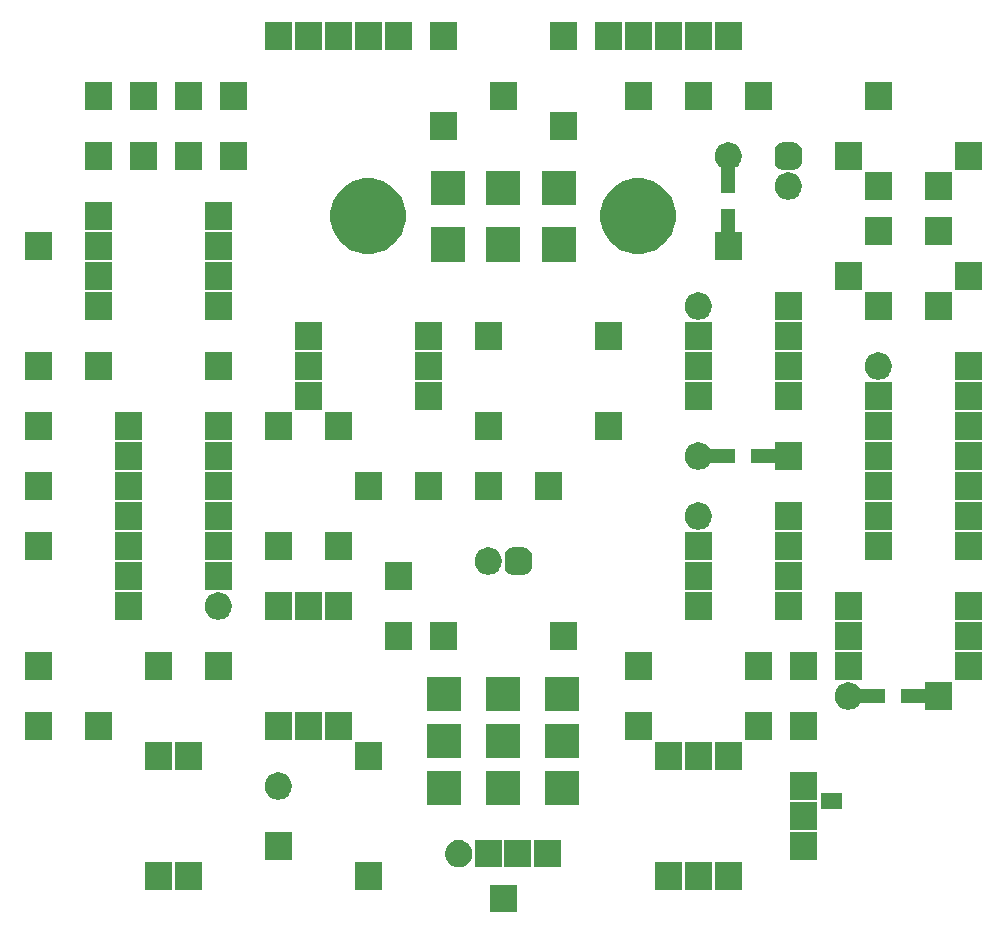
<source format=gbr>
G04 #@! TF.GenerationSoftware,KiCad,Pcbnew,5.1.6-c6e7f7d~87~ubuntu19.10.1*
G04 #@! TF.CreationDate,2022-07-30T15:35:07+06:00*
G04 #@! TF.ProjectId,crumbwave_multiplexer_r1a,6372756d-6277-4617-9665-5f6d756c7469,1A*
G04 #@! TF.SameCoordinates,Original*
G04 #@! TF.FileFunction,Soldermask,Top*
G04 #@! TF.FilePolarity,Negative*
%FSLAX46Y46*%
G04 Gerber Fmt 4.6, Leading zero omitted, Abs format (unit mm)*
G04 Created by KiCad (PCBNEW 5.1.6-c6e7f7d~87~ubuntu19.10.1) date 2022-07-30 15:35:07*
%MOMM*%
%LPD*%
G01*
G04 APERTURE LIST*
%ADD10C,0.100000*%
G04 APERTURE END LIST*
D10*
G36*
X106560000Y-203715000D02*
G01*
X104260000Y-203715000D01*
X104260000Y-201415000D01*
X106560000Y-201415000D01*
X106560000Y-203715000D01*
G37*
G36*
X125610000Y-201810000D02*
G01*
X123310000Y-201810000D01*
X123310000Y-199510000D01*
X125610000Y-199510000D01*
X125610000Y-201810000D01*
G37*
G36*
X120530000Y-201810000D02*
G01*
X118230000Y-201810000D01*
X118230000Y-199510000D01*
X120530000Y-199510000D01*
X120530000Y-201810000D01*
G37*
G36*
X123070000Y-201810000D02*
G01*
X120770000Y-201810000D01*
X120770000Y-199510000D01*
X123070000Y-199510000D01*
X123070000Y-201810000D01*
G37*
G36*
X95130000Y-201810000D02*
G01*
X92830000Y-201810000D01*
X92830000Y-199510000D01*
X95130000Y-199510000D01*
X95130000Y-201810000D01*
G37*
G36*
X79890000Y-201810000D02*
G01*
X77590000Y-201810000D01*
X77590000Y-199510000D01*
X79890000Y-199510000D01*
X79890000Y-201810000D01*
G37*
G36*
X77350000Y-201810000D02*
G01*
X75050000Y-201810000D01*
X75050000Y-199510000D01*
X77350000Y-199510000D01*
X77350000Y-201810000D01*
G37*
G36*
X101884354Y-197627097D02*
G01*
X101995443Y-197649194D01*
X102118039Y-197699976D01*
X102204728Y-197735883D01*
X102393081Y-197861736D01*
X102553264Y-198021919D01*
X102679117Y-198210272D01*
X102715024Y-198296961D01*
X102765806Y-198419557D01*
X102810000Y-198641735D01*
X102810000Y-198868265D01*
X102765806Y-199090443D01*
X102715024Y-199213039D01*
X102679117Y-199299728D01*
X102553264Y-199488081D01*
X102393081Y-199648264D01*
X102204728Y-199774117D01*
X102118039Y-199810024D01*
X101995443Y-199860806D01*
X101884354Y-199882903D01*
X101773267Y-199905000D01*
X101546733Y-199905000D01*
X101435646Y-199882903D01*
X101324557Y-199860806D01*
X101201961Y-199810024D01*
X101115272Y-199774117D01*
X100926919Y-199648264D01*
X100766736Y-199488081D01*
X100640883Y-199299728D01*
X100604976Y-199213039D01*
X100554194Y-199090443D01*
X100510000Y-198868265D01*
X100510000Y-198641735D01*
X100554194Y-198419557D01*
X100604976Y-198296961D01*
X100640883Y-198210272D01*
X100766736Y-198021919D01*
X100926919Y-197861736D01*
X101115272Y-197735883D01*
X101201961Y-197699976D01*
X101324557Y-197649194D01*
X101435646Y-197627097D01*
X101546733Y-197605000D01*
X101773267Y-197605000D01*
X101884354Y-197627097D01*
G37*
G36*
X110310000Y-199905000D02*
G01*
X108010000Y-199905000D01*
X108010000Y-197605000D01*
X110310000Y-197605000D01*
X110310000Y-199905000D01*
G37*
G36*
X107810000Y-199905000D02*
G01*
X105510000Y-199905000D01*
X105510000Y-197605000D01*
X107810000Y-197605000D01*
X107810000Y-199905000D01*
G37*
G36*
X105310000Y-199905000D02*
G01*
X103010000Y-199905000D01*
X103010000Y-197605000D01*
X105310000Y-197605000D01*
X105310000Y-199905000D01*
G37*
G36*
X87510000Y-199270000D02*
G01*
X85210000Y-199270000D01*
X85210000Y-196970000D01*
X87510000Y-196970000D01*
X87510000Y-199270000D01*
G37*
G36*
X131960000Y-199270000D02*
G01*
X129660000Y-199270000D01*
X129660000Y-196970000D01*
X131960000Y-196970000D01*
X131960000Y-199270000D01*
G37*
G36*
X131960000Y-196730000D02*
G01*
X129660000Y-196730000D01*
X129660000Y-194430000D01*
X131960000Y-194430000D01*
X131960000Y-196730000D01*
G37*
G36*
X134080000Y-195010000D02*
G01*
X132280000Y-195010000D01*
X132280000Y-193610000D01*
X134080000Y-193610000D01*
X134080000Y-195010000D01*
G37*
G36*
X101860000Y-194680000D02*
G01*
X98960000Y-194680000D01*
X98960000Y-191780000D01*
X101860000Y-191780000D01*
X101860000Y-194680000D01*
G37*
G36*
X106860000Y-194680000D02*
G01*
X103960000Y-194680000D01*
X103960000Y-191780000D01*
X106860000Y-191780000D01*
X106860000Y-194680000D01*
G37*
G36*
X111860000Y-194680000D02*
G01*
X108960000Y-194680000D01*
X108960000Y-191780000D01*
X111860000Y-191780000D01*
X111860000Y-194680000D01*
G37*
G36*
X131960000Y-194190000D02*
G01*
X129660000Y-194190000D01*
X129660000Y-191890000D01*
X131960000Y-191890000D01*
X131960000Y-194190000D01*
G37*
G36*
X86584354Y-191912097D02*
G01*
X86695443Y-191934194D01*
X86818039Y-191984976D01*
X86904728Y-192020883D01*
X87093081Y-192146736D01*
X87253264Y-192306919D01*
X87379117Y-192495272D01*
X87415024Y-192581961D01*
X87465806Y-192704557D01*
X87510000Y-192926735D01*
X87510000Y-193153265D01*
X87465806Y-193375443D01*
X87415024Y-193498039D01*
X87379117Y-193584728D01*
X87253264Y-193773081D01*
X87093081Y-193933264D01*
X86904728Y-194059117D01*
X86818039Y-194095024D01*
X86695443Y-194145806D01*
X86584354Y-194167903D01*
X86473267Y-194190000D01*
X86246733Y-194190000D01*
X86135646Y-194167903D01*
X86024557Y-194145806D01*
X85901961Y-194095024D01*
X85815272Y-194059117D01*
X85626919Y-193933264D01*
X85466736Y-193773081D01*
X85340883Y-193584728D01*
X85304976Y-193498039D01*
X85254194Y-193375443D01*
X85210000Y-193153265D01*
X85210000Y-192926735D01*
X85254194Y-192704557D01*
X85304976Y-192581961D01*
X85340883Y-192495272D01*
X85466736Y-192306919D01*
X85626919Y-192146736D01*
X85815272Y-192020883D01*
X85901961Y-191984976D01*
X86024557Y-191934194D01*
X86135646Y-191912097D01*
X86246733Y-191890000D01*
X86473267Y-191890000D01*
X86584354Y-191912097D01*
G37*
G36*
X95130000Y-191650000D02*
G01*
X92830000Y-191650000D01*
X92830000Y-189350000D01*
X95130000Y-189350000D01*
X95130000Y-191650000D01*
G37*
G36*
X120530000Y-191650000D02*
G01*
X118230000Y-191650000D01*
X118230000Y-189350000D01*
X120530000Y-189350000D01*
X120530000Y-191650000D01*
G37*
G36*
X123070000Y-191650000D02*
G01*
X120770000Y-191650000D01*
X120770000Y-189350000D01*
X123070000Y-189350000D01*
X123070000Y-191650000D01*
G37*
G36*
X77350000Y-191650000D02*
G01*
X75050000Y-191650000D01*
X75050000Y-189350000D01*
X77350000Y-189350000D01*
X77350000Y-191650000D01*
G37*
G36*
X125610000Y-191650000D02*
G01*
X123310000Y-191650000D01*
X123310000Y-189350000D01*
X125610000Y-189350000D01*
X125610000Y-191650000D01*
G37*
G36*
X79890000Y-191650000D02*
G01*
X77590000Y-191650000D01*
X77590000Y-189350000D01*
X79890000Y-189350000D01*
X79890000Y-191650000D01*
G37*
G36*
X101860000Y-190680000D02*
G01*
X98960000Y-190680000D01*
X98960000Y-187780000D01*
X101860000Y-187780000D01*
X101860000Y-190680000D01*
G37*
G36*
X106860000Y-190680000D02*
G01*
X103960000Y-190680000D01*
X103960000Y-187780000D01*
X106860000Y-187780000D01*
X106860000Y-190680000D01*
G37*
G36*
X111860000Y-190680000D02*
G01*
X108960000Y-190680000D01*
X108960000Y-187780000D01*
X111860000Y-187780000D01*
X111860000Y-190680000D01*
G37*
G36*
X92590000Y-189110000D02*
G01*
X90290000Y-189110000D01*
X90290000Y-186810000D01*
X92590000Y-186810000D01*
X92590000Y-189110000D01*
G37*
G36*
X87510000Y-189110000D02*
G01*
X85210000Y-189110000D01*
X85210000Y-186810000D01*
X87510000Y-186810000D01*
X87510000Y-189110000D01*
G37*
G36*
X90050000Y-189110000D02*
G01*
X87750000Y-189110000D01*
X87750000Y-186810000D01*
X90050000Y-186810000D01*
X90050000Y-189110000D01*
G37*
G36*
X131960000Y-189110000D02*
G01*
X129660000Y-189110000D01*
X129660000Y-186810000D01*
X131960000Y-186810000D01*
X131960000Y-189110000D01*
G37*
G36*
X72270000Y-189110000D02*
G01*
X69970000Y-189110000D01*
X69970000Y-186810000D01*
X72270000Y-186810000D01*
X72270000Y-189110000D01*
G37*
G36*
X67190000Y-189110000D02*
G01*
X64890000Y-189110000D01*
X64890000Y-186810000D01*
X67190000Y-186810000D01*
X67190000Y-189110000D01*
G37*
G36*
X128150000Y-189110000D02*
G01*
X125850000Y-189110000D01*
X125850000Y-186810000D01*
X128150000Y-186810000D01*
X128150000Y-189110000D01*
G37*
G36*
X117990000Y-189110000D02*
G01*
X115690000Y-189110000D01*
X115690000Y-186810000D01*
X117990000Y-186810000D01*
X117990000Y-189110000D01*
G37*
G36*
X111860000Y-186680000D02*
G01*
X108960000Y-186680000D01*
X108960000Y-183780000D01*
X111860000Y-183780000D01*
X111860000Y-186680000D01*
G37*
G36*
X106860000Y-186680000D02*
G01*
X103960000Y-186680000D01*
X103960000Y-183780000D01*
X106860000Y-183780000D01*
X106860000Y-186680000D01*
G37*
G36*
X101860000Y-186680000D02*
G01*
X98960000Y-186680000D01*
X98960000Y-183780000D01*
X101860000Y-183780000D01*
X101860000Y-186680000D01*
G37*
G36*
X134844354Y-184292097D02*
G01*
X134955443Y-184314194D01*
X135078039Y-184364976D01*
X135164728Y-184400883D01*
X135353081Y-184526736D01*
X135513264Y-184686919D01*
X135587338Y-184797779D01*
X135593556Y-184805356D01*
X135601133Y-184811574D01*
X135609777Y-184816194D01*
X135619157Y-184819039D01*
X135628911Y-184820000D01*
X137730000Y-184820000D01*
X137730000Y-186020000D01*
X135628911Y-186020000D01*
X135619157Y-186020961D01*
X135609777Y-186023806D01*
X135601133Y-186028426D01*
X135593556Y-186034644D01*
X135587338Y-186042221D01*
X135513264Y-186153081D01*
X135353081Y-186313264D01*
X135164728Y-186439117D01*
X135078039Y-186475024D01*
X134955443Y-186525806D01*
X134844354Y-186547903D01*
X134733267Y-186570000D01*
X134506733Y-186570000D01*
X134395646Y-186547903D01*
X134284557Y-186525806D01*
X134161961Y-186475024D01*
X134075272Y-186439117D01*
X133886919Y-186313264D01*
X133726736Y-186153081D01*
X133600883Y-185964728D01*
X133564976Y-185878039D01*
X133514194Y-185755443D01*
X133470000Y-185533265D01*
X133470000Y-185306735D01*
X133514194Y-185084557D01*
X133564976Y-184961961D01*
X133600883Y-184875272D01*
X133726736Y-184686919D01*
X133886919Y-184526736D01*
X134075272Y-184400883D01*
X134161961Y-184364976D01*
X134284557Y-184314194D01*
X134395646Y-184292097D01*
X134506733Y-184270000D01*
X134733267Y-184270000D01*
X134844354Y-184292097D01*
G37*
G36*
X143390000Y-186570000D02*
G01*
X141090000Y-186570000D01*
X141090000Y-186069999D01*
X141089039Y-186060245D01*
X141086194Y-186050865D01*
X141081574Y-186042221D01*
X141075356Y-186034644D01*
X141067779Y-186028426D01*
X141059135Y-186023806D01*
X141049755Y-186020961D01*
X141040001Y-186020000D01*
X139130000Y-186020000D01*
X139130000Y-184820000D01*
X141040001Y-184820000D01*
X141049755Y-184819039D01*
X141059135Y-184816194D01*
X141067779Y-184811574D01*
X141075356Y-184805356D01*
X141081574Y-184797779D01*
X141086194Y-184789135D01*
X141089039Y-184779755D01*
X141090000Y-184770001D01*
X141090000Y-184270000D01*
X143390000Y-184270000D01*
X143390000Y-186570000D01*
G37*
G36*
X117990000Y-184030000D02*
G01*
X115690000Y-184030000D01*
X115690000Y-181730000D01*
X117990000Y-181730000D01*
X117990000Y-184030000D01*
G37*
G36*
X128150000Y-184030000D02*
G01*
X125850000Y-184030000D01*
X125850000Y-181730000D01*
X128150000Y-181730000D01*
X128150000Y-184030000D01*
G37*
G36*
X82430000Y-184030000D02*
G01*
X80130000Y-184030000D01*
X80130000Y-181730000D01*
X82430000Y-181730000D01*
X82430000Y-184030000D01*
G37*
G36*
X77350000Y-184030000D02*
G01*
X75050000Y-184030000D01*
X75050000Y-181730000D01*
X77350000Y-181730000D01*
X77350000Y-184030000D01*
G37*
G36*
X145930000Y-184030000D02*
G01*
X143630000Y-184030000D01*
X143630000Y-181730000D01*
X145930000Y-181730000D01*
X145930000Y-184030000D01*
G37*
G36*
X135770000Y-184030000D02*
G01*
X133470000Y-184030000D01*
X133470000Y-181730000D01*
X135770000Y-181730000D01*
X135770000Y-184030000D01*
G37*
G36*
X131960000Y-184030000D02*
G01*
X129660000Y-184030000D01*
X129660000Y-181730000D01*
X131960000Y-181730000D01*
X131960000Y-184030000D01*
G37*
G36*
X67190000Y-184030000D02*
G01*
X64890000Y-184030000D01*
X64890000Y-181730000D01*
X67190000Y-181730000D01*
X67190000Y-184030000D01*
G37*
G36*
X145930000Y-181490000D02*
G01*
X143630000Y-181490000D01*
X143630000Y-179190000D01*
X145930000Y-179190000D01*
X145930000Y-181490000D01*
G37*
G36*
X97670000Y-181490000D02*
G01*
X95370000Y-181490000D01*
X95370000Y-179190000D01*
X97670000Y-179190000D01*
X97670000Y-181490000D01*
G37*
G36*
X101480000Y-181490000D02*
G01*
X99180000Y-181490000D01*
X99180000Y-179190000D01*
X101480000Y-179190000D01*
X101480000Y-181490000D01*
G37*
G36*
X111640000Y-181490000D02*
G01*
X109340000Y-181490000D01*
X109340000Y-179190000D01*
X111640000Y-179190000D01*
X111640000Y-181490000D01*
G37*
G36*
X135770000Y-181490000D02*
G01*
X133470000Y-181490000D01*
X133470000Y-179190000D01*
X135770000Y-179190000D01*
X135770000Y-181490000D01*
G37*
G36*
X81504354Y-176672097D02*
G01*
X81615443Y-176694194D01*
X81738039Y-176744976D01*
X81824728Y-176780883D01*
X82013081Y-176906736D01*
X82173264Y-177066919D01*
X82299117Y-177255272D01*
X82335024Y-177341961D01*
X82385806Y-177464557D01*
X82430000Y-177686735D01*
X82430000Y-177913265D01*
X82385806Y-178135443D01*
X82335024Y-178258039D01*
X82299117Y-178344728D01*
X82173264Y-178533081D01*
X82013081Y-178693264D01*
X81824728Y-178819117D01*
X81738039Y-178855024D01*
X81615443Y-178905806D01*
X81504354Y-178927903D01*
X81393267Y-178950000D01*
X81166733Y-178950000D01*
X81055646Y-178927903D01*
X80944557Y-178905806D01*
X80821961Y-178855024D01*
X80735272Y-178819117D01*
X80546919Y-178693264D01*
X80386736Y-178533081D01*
X80260883Y-178344728D01*
X80224976Y-178258039D01*
X80174194Y-178135443D01*
X80130000Y-177913265D01*
X80130000Y-177686735D01*
X80174194Y-177464557D01*
X80224976Y-177341961D01*
X80260883Y-177255272D01*
X80386736Y-177066919D01*
X80546919Y-176906736D01*
X80735272Y-176780883D01*
X80821961Y-176744976D01*
X80944557Y-176694194D01*
X81055646Y-176672097D01*
X81166733Y-176650000D01*
X81393267Y-176650000D01*
X81504354Y-176672097D01*
G37*
G36*
X145930000Y-178950000D02*
G01*
X143630000Y-178950000D01*
X143630000Y-176650000D01*
X145930000Y-176650000D01*
X145930000Y-178950000D01*
G37*
G36*
X87510000Y-178950000D02*
G01*
X85210000Y-178950000D01*
X85210000Y-176650000D01*
X87510000Y-176650000D01*
X87510000Y-178950000D01*
G37*
G36*
X74810000Y-178950000D02*
G01*
X72510000Y-178950000D01*
X72510000Y-176650000D01*
X74810000Y-176650000D01*
X74810000Y-178950000D01*
G37*
G36*
X90050000Y-178950000D02*
G01*
X87750000Y-178950000D01*
X87750000Y-176650000D01*
X90050000Y-176650000D01*
X90050000Y-178950000D01*
G37*
G36*
X135770000Y-178950000D02*
G01*
X133470000Y-178950000D01*
X133470000Y-176650000D01*
X135770000Y-176650000D01*
X135770000Y-178950000D01*
G37*
G36*
X123070000Y-178950000D02*
G01*
X120770000Y-178950000D01*
X120770000Y-176650000D01*
X123070000Y-176650000D01*
X123070000Y-178950000D01*
G37*
G36*
X130690000Y-178950000D02*
G01*
X128390000Y-178950000D01*
X128390000Y-176650000D01*
X130690000Y-176650000D01*
X130690000Y-178950000D01*
G37*
G36*
X92590000Y-178950000D02*
G01*
X90290000Y-178950000D01*
X90290000Y-176650000D01*
X92590000Y-176650000D01*
X92590000Y-178950000D01*
G37*
G36*
X123070000Y-176410000D02*
G01*
X120770000Y-176410000D01*
X120770000Y-174110000D01*
X123070000Y-174110000D01*
X123070000Y-176410000D01*
G37*
G36*
X97670000Y-176410000D02*
G01*
X95370000Y-176410000D01*
X95370000Y-174110000D01*
X97670000Y-174110000D01*
X97670000Y-176410000D01*
G37*
G36*
X82430000Y-176410000D02*
G01*
X80130000Y-176410000D01*
X80130000Y-174110000D01*
X82430000Y-174110000D01*
X82430000Y-176410000D01*
G37*
G36*
X130690000Y-176410000D02*
G01*
X128390000Y-176410000D01*
X128390000Y-174110000D01*
X130690000Y-174110000D01*
X130690000Y-176410000D01*
G37*
G36*
X74810000Y-176410000D02*
G01*
X72510000Y-176410000D01*
X72510000Y-174110000D01*
X74810000Y-174110000D01*
X74810000Y-176410000D01*
G37*
G36*
X104364354Y-172862097D02*
G01*
X104475443Y-172884194D01*
X104598039Y-172934976D01*
X104684728Y-172970883D01*
X104873081Y-173096736D01*
X105033264Y-173256919D01*
X105159117Y-173445272D01*
X105194212Y-173530000D01*
X105245806Y-173654557D01*
X105245806Y-173654559D01*
X105290000Y-173876733D01*
X105290000Y-174103267D01*
X105267903Y-174214354D01*
X105245806Y-174325443D01*
X105195024Y-174448039D01*
X105159117Y-174534728D01*
X105033264Y-174723081D01*
X104873081Y-174883264D01*
X104684728Y-175009117D01*
X104598039Y-175045024D01*
X104475443Y-175095806D01*
X104364354Y-175117903D01*
X104253267Y-175140000D01*
X104026733Y-175140000D01*
X103915646Y-175117903D01*
X103804557Y-175095806D01*
X103681961Y-175045024D01*
X103595272Y-175009117D01*
X103406919Y-174883264D01*
X103246736Y-174723081D01*
X103120883Y-174534728D01*
X103084976Y-174448039D01*
X103034194Y-174325443D01*
X103012097Y-174214354D01*
X102990000Y-174103267D01*
X102990000Y-173876733D01*
X103034194Y-173654559D01*
X103034194Y-173654557D01*
X103085788Y-173530000D01*
X103120883Y-173445272D01*
X103246736Y-173256919D01*
X103406919Y-173096736D01*
X103595272Y-172970883D01*
X103681961Y-172934976D01*
X103804557Y-172884194D01*
X103915646Y-172862097D01*
X104026733Y-172840000D01*
X104253267Y-172840000D01*
X104364354Y-172862097D01*
G37*
G36*
X107290663Y-172853111D02*
G01*
X107416307Y-172891225D01*
X107532096Y-172953115D01*
X107633590Y-173036410D01*
X107716885Y-173137904D01*
X107778775Y-173253693D01*
X107816889Y-173379337D01*
X107830000Y-173512454D01*
X107830000Y-174467546D01*
X107816889Y-174600663D01*
X107778775Y-174726307D01*
X107716885Y-174842096D01*
X107633590Y-174943590D01*
X107532096Y-175026885D01*
X107416307Y-175088775D01*
X107290663Y-175126889D01*
X107157546Y-175140000D01*
X106202454Y-175140000D01*
X106069337Y-175126889D01*
X105943693Y-175088775D01*
X105827904Y-175026885D01*
X105726410Y-174943590D01*
X105643115Y-174842096D01*
X105581225Y-174726307D01*
X105543111Y-174600663D01*
X105530000Y-174467546D01*
X105530000Y-173512454D01*
X105543111Y-173379337D01*
X105581225Y-173253693D01*
X105643115Y-173137904D01*
X105726410Y-173036410D01*
X105827904Y-172953115D01*
X105943693Y-172891225D01*
X106069337Y-172853111D01*
X106202454Y-172840000D01*
X107157546Y-172840000D01*
X107290663Y-172853111D01*
G37*
G36*
X145930000Y-173870000D02*
G01*
X143630000Y-173870000D01*
X143630000Y-171570000D01*
X145930000Y-171570000D01*
X145930000Y-173870000D01*
G37*
G36*
X67190000Y-173870000D02*
G01*
X64890000Y-173870000D01*
X64890000Y-171570000D01*
X67190000Y-171570000D01*
X67190000Y-173870000D01*
G37*
G36*
X92590000Y-173870000D02*
G01*
X90290000Y-173870000D01*
X90290000Y-171570000D01*
X92590000Y-171570000D01*
X92590000Y-173870000D01*
G37*
G36*
X138310000Y-173870000D02*
G01*
X136010000Y-173870000D01*
X136010000Y-171570000D01*
X138310000Y-171570000D01*
X138310000Y-173870000D01*
G37*
G36*
X87510000Y-173870000D02*
G01*
X85210000Y-173870000D01*
X85210000Y-171570000D01*
X87510000Y-171570000D01*
X87510000Y-173870000D01*
G37*
G36*
X123070000Y-173870000D02*
G01*
X120770000Y-173870000D01*
X120770000Y-171570000D01*
X123070000Y-171570000D01*
X123070000Y-173870000D01*
G37*
G36*
X74810000Y-173870000D02*
G01*
X72510000Y-173870000D01*
X72510000Y-171570000D01*
X74810000Y-171570000D01*
X74810000Y-173870000D01*
G37*
G36*
X130690000Y-173870000D02*
G01*
X128390000Y-173870000D01*
X128390000Y-171570000D01*
X130690000Y-171570000D01*
X130690000Y-173870000D01*
G37*
G36*
X82430000Y-173870000D02*
G01*
X80130000Y-173870000D01*
X80130000Y-171570000D01*
X82430000Y-171570000D01*
X82430000Y-173870000D01*
G37*
G36*
X74810000Y-171330000D02*
G01*
X72510000Y-171330000D01*
X72510000Y-169030000D01*
X74810000Y-169030000D01*
X74810000Y-171330000D01*
G37*
G36*
X82430000Y-171330000D02*
G01*
X80130000Y-171330000D01*
X80130000Y-169030000D01*
X82430000Y-169030000D01*
X82430000Y-171330000D01*
G37*
G36*
X122144354Y-169052097D02*
G01*
X122255443Y-169074194D01*
X122378039Y-169124976D01*
X122464728Y-169160883D01*
X122653081Y-169286736D01*
X122813264Y-169446919D01*
X122939117Y-169635272D01*
X122975024Y-169721961D01*
X123025806Y-169844557D01*
X123070000Y-170066735D01*
X123070000Y-170293265D01*
X123025806Y-170515443D01*
X122975024Y-170638039D01*
X122939117Y-170724728D01*
X122813264Y-170913081D01*
X122653081Y-171073264D01*
X122464728Y-171199117D01*
X122378039Y-171235024D01*
X122255443Y-171285806D01*
X122144354Y-171307903D01*
X122033267Y-171330000D01*
X121806733Y-171330000D01*
X121695646Y-171307903D01*
X121584557Y-171285806D01*
X121461961Y-171235024D01*
X121375272Y-171199117D01*
X121186919Y-171073264D01*
X121026736Y-170913081D01*
X120900883Y-170724728D01*
X120864976Y-170638039D01*
X120814194Y-170515443D01*
X120770000Y-170293265D01*
X120770000Y-170066735D01*
X120814194Y-169844557D01*
X120864976Y-169721961D01*
X120900883Y-169635272D01*
X121026736Y-169446919D01*
X121186919Y-169286736D01*
X121375272Y-169160883D01*
X121461961Y-169124976D01*
X121584557Y-169074194D01*
X121695646Y-169052097D01*
X121806733Y-169030000D01*
X122033267Y-169030000D01*
X122144354Y-169052097D01*
G37*
G36*
X130690000Y-171330000D02*
G01*
X128390000Y-171330000D01*
X128390000Y-169030000D01*
X130690000Y-169030000D01*
X130690000Y-171330000D01*
G37*
G36*
X138310000Y-171330000D02*
G01*
X136010000Y-171330000D01*
X136010000Y-169030000D01*
X138310000Y-169030000D01*
X138310000Y-171330000D01*
G37*
G36*
X145930000Y-171330000D02*
G01*
X143630000Y-171330000D01*
X143630000Y-169030000D01*
X145930000Y-169030000D01*
X145930000Y-171330000D01*
G37*
G36*
X110370000Y-168790000D02*
G01*
X108070000Y-168790000D01*
X108070000Y-166490000D01*
X110370000Y-166490000D01*
X110370000Y-168790000D01*
G37*
G36*
X145930000Y-168790000D02*
G01*
X143630000Y-168790000D01*
X143630000Y-166490000D01*
X145930000Y-166490000D01*
X145930000Y-168790000D01*
G37*
G36*
X138310000Y-168790000D02*
G01*
X136010000Y-168790000D01*
X136010000Y-166490000D01*
X138310000Y-166490000D01*
X138310000Y-168790000D01*
G37*
G36*
X67190000Y-168790000D02*
G01*
X64890000Y-168790000D01*
X64890000Y-166490000D01*
X67190000Y-166490000D01*
X67190000Y-168790000D01*
G37*
G36*
X74810000Y-168790000D02*
G01*
X72510000Y-168790000D01*
X72510000Y-166490000D01*
X74810000Y-166490000D01*
X74810000Y-168790000D01*
G37*
G36*
X100210000Y-168790000D02*
G01*
X97910000Y-168790000D01*
X97910000Y-166490000D01*
X100210000Y-166490000D01*
X100210000Y-168790000D01*
G37*
G36*
X95130000Y-168790000D02*
G01*
X92830000Y-168790000D01*
X92830000Y-166490000D01*
X95130000Y-166490000D01*
X95130000Y-168790000D01*
G37*
G36*
X105290000Y-168790000D02*
G01*
X102990000Y-168790000D01*
X102990000Y-166490000D01*
X105290000Y-166490000D01*
X105290000Y-168790000D01*
G37*
G36*
X82430000Y-168790000D02*
G01*
X80130000Y-168790000D01*
X80130000Y-166490000D01*
X82430000Y-166490000D01*
X82430000Y-168790000D01*
G37*
G36*
X138310000Y-166250000D02*
G01*
X136010000Y-166250000D01*
X136010000Y-163950000D01*
X138310000Y-163950000D01*
X138310000Y-166250000D01*
G37*
G36*
X74810000Y-166250000D02*
G01*
X72510000Y-166250000D01*
X72510000Y-163950000D01*
X74810000Y-163950000D01*
X74810000Y-166250000D01*
G37*
G36*
X82430000Y-166250000D02*
G01*
X80130000Y-166250000D01*
X80130000Y-163950000D01*
X82430000Y-163950000D01*
X82430000Y-166250000D01*
G37*
G36*
X130690000Y-166250000D02*
G01*
X128390000Y-166250000D01*
X128390000Y-165749999D01*
X128389039Y-165740245D01*
X128386194Y-165730865D01*
X128381574Y-165722221D01*
X128375356Y-165714644D01*
X128367779Y-165708426D01*
X128359135Y-165703806D01*
X128349755Y-165700961D01*
X128340001Y-165700000D01*
X126430000Y-165700000D01*
X126430000Y-164500000D01*
X128340001Y-164500000D01*
X128349755Y-164499039D01*
X128359135Y-164496194D01*
X128367779Y-164491574D01*
X128375356Y-164485356D01*
X128381574Y-164477779D01*
X128386194Y-164469135D01*
X128389039Y-164459755D01*
X128390000Y-164450001D01*
X128390000Y-163950000D01*
X130690000Y-163950000D01*
X130690000Y-166250000D01*
G37*
G36*
X145930000Y-166250000D02*
G01*
X143630000Y-166250000D01*
X143630000Y-163950000D01*
X145930000Y-163950000D01*
X145930000Y-166250000D01*
G37*
G36*
X122144354Y-163972097D02*
G01*
X122255443Y-163994194D01*
X122378039Y-164044976D01*
X122464728Y-164080883D01*
X122653081Y-164206736D01*
X122813264Y-164366919D01*
X122887338Y-164477779D01*
X122893556Y-164485356D01*
X122901133Y-164491574D01*
X122909777Y-164496194D01*
X122919157Y-164499039D01*
X122928911Y-164500000D01*
X125030000Y-164500000D01*
X125030000Y-165700000D01*
X122928911Y-165700000D01*
X122919157Y-165700961D01*
X122909777Y-165703806D01*
X122901133Y-165708426D01*
X122893556Y-165714644D01*
X122887338Y-165722221D01*
X122813264Y-165833081D01*
X122653081Y-165993264D01*
X122464728Y-166119117D01*
X122378039Y-166155024D01*
X122255443Y-166205806D01*
X122144354Y-166227903D01*
X122033267Y-166250000D01*
X121806733Y-166250000D01*
X121695646Y-166227903D01*
X121584557Y-166205806D01*
X121461961Y-166155024D01*
X121375272Y-166119117D01*
X121186919Y-165993264D01*
X121026736Y-165833081D01*
X120900883Y-165644728D01*
X120864976Y-165558039D01*
X120814194Y-165435443D01*
X120770000Y-165213265D01*
X120770000Y-164986735D01*
X120814194Y-164764557D01*
X120864976Y-164641961D01*
X120900883Y-164555272D01*
X121026736Y-164366919D01*
X121186919Y-164206736D01*
X121375272Y-164080883D01*
X121461961Y-164044976D01*
X121584557Y-163994194D01*
X121695646Y-163972097D01*
X121806733Y-163950000D01*
X122033267Y-163950000D01*
X122144354Y-163972097D01*
G37*
G36*
X138310000Y-163710000D02*
G01*
X136010000Y-163710000D01*
X136010000Y-161410000D01*
X138310000Y-161410000D01*
X138310000Y-163710000D01*
G37*
G36*
X105290000Y-163710000D02*
G01*
X102990000Y-163710000D01*
X102990000Y-161410000D01*
X105290000Y-161410000D01*
X105290000Y-163710000D01*
G37*
G36*
X67190000Y-163710000D02*
G01*
X64890000Y-163710000D01*
X64890000Y-161410000D01*
X67190000Y-161410000D01*
X67190000Y-163710000D01*
G37*
G36*
X74810000Y-163710000D02*
G01*
X72510000Y-163710000D01*
X72510000Y-161410000D01*
X74810000Y-161410000D01*
X74810000Y-163710000D01*
G37*
G36*
X145930000Y-163710000D02*
G01*
X143630000Y-163710000D01*
X143630000Y-161410000D01*
X145930000Y-161410000D01*
X145930000Y-163710000D01*
G37*
G36*
X82430000Y-163710000D02*
G01*
X80130000Y-163710000D01*
X80130000Y-161410000D01*
X82430000Y-161410000D01*
X82430000Y-163710000D01*
G37*
G36*
X92590000Y-163710000D02*
G01*
X90290000Y-163710000D01*
X90290000Y-161410000D01*
X92590000Y-161410000D01*
X92590000Y-163710000D01*
G37*
G36*
X115450000Y-163710000D02*
G01*
X113150000Y-163710000D01*
X113150000Y-161410000D01*
X115450000Y-161410000D01*
X115450000Y-163710000D01*
G37*
G36*
X87510000Y-163710000D02*
G01*
X85210000Y-163710000D01*
X85210000Y-161410000D01*
X87510000Y-161410000D01*
X87510000Y-163710000D01*
G37*
G36*
X138310000Y-161170000D02*
G01*
X136010000Y-161170000D01*
X136010000Y-158870000D01*
X138310000Y-158870000D01*
X138310000Y-161170000D01*
G37*
G36*
X90050000Y-161170000D02*
G01*
X87750000Y-161170000D01*
X87750000Y-158870000D01*
X90050000Y-158870000D01*
X90050000Y-161170000D01*
G37*
G36*
X100210000Y-161170000D02*
G01*
X97910000Y-161170000D01*
X97910000Y-158870000D01*
X100210000Y-158870000D01*
X100210000Y-161170000D01*
G37*
G36*
X123070000Y-161170000D02*
G01*
X120770000Y-161170000D01*
X120770000Y-158870000D01*
X123070000Y-158870000D01*
X123070000Y-161170000D01*
G37*
G36*
X145930000Y-161170000D02*
G01*
X143630000Y-161170000D01*
X143630000Y-158870000D01*
X145930000Y-158870000D01*
X145930000Y-161170000D01*
G37*
G36*
X130690000Y-161170000D02*
G01*
X128390000Y-161170000D01*
X128390000Y-158870000D01*
X130690000Y-158870000D01*
X130690000Y-161170000D01*
G37*
G36*
X130690000Y-158630000D02*
G01*
X128390000Y-158630000D01*
X128390000Y-156330000D01*
X130690000Y-156330000D01*
X130690000Y-158630000D01*
G37*
G36*
X72270000Y-158630000D02*
G01*
X69970000Y-158630000D01*
X69970000Y-156330000D01*
X72270000Y-156330000D01*
X72270000Y-158630000D01*
G37*
G36*
X123070000Y-158630000D02*
G01*
X120770000Y-158630000D01*
X120770000Y-156330000D01*
X123070000Y-156330000D01*
X123070000Y-158630000D01*
G37*
G36*
X137384354Y-156352097D02*
G01*
X137495443Y-156374194D01*
X137618039Y-156424976D01*
X137704728Y-156460883D01*
X137893081Y-156586736D01*
X138053264Y-156746919D01*
X138179117Y-156935272D01*
X138215024Y-157021961D01*
X138265806Y-157144557D01*
X138310000Y-157366735D01*
X138310000Y-157593265D01*
X138265806Y-157815443D01*
X138215024Y-157938039D01*
X138179117Y-158024728D01*
X138053264Y-158213081D01*
X137893081Y-158373264D01*
X137704728Y-158499117D01*
X137618039Y-158535024D01*
X137495443Y-158585806D01*
X137384354Y-158607903D01*
X137273267Y-158630000D01*
X137046733Y-158630000D01*
X136935646Y-158607903D01*
X136824557Y-158585806D01*
X136701961Y-158535024D01*
X136615272Y-158499117D01*
X136426919Y-158373264D01*
X136266736Y-158213081D01*
X136140883Y-158024728D01*
X136104976Y-157938039D01*
X136054194Y-157815443D01*
X136010000Y-157593265D01*
X136010000Y-157366735D01*
X136054194Y-157144557D01*
X136104976Y-157021961D01*
X136140883Y-156935272D01*
X136266736Y-156746919D01*
X136426919Y-156586736D01*
X136615272Y-156460883D01*
X136701961Y-156424976D01*
X136824557Y-156374194D01*
X136935646Y-156352097D01*
X137046733Y-156330000D01*
X137273267Y-156330000D01*
X137384354Y-156352097D01*
G37*
G36*
X82430000Y-158630000D02*
G01*
X80130000Y-158630000D01*
X80130000Y-156330000D01*
X82430000Y-156330000D01*
X82430000Y-158630000D01*
G37*
G36*
X67190000Y-158630000D02*
G01*
X64890000Y-158630000D01*
X64890000Y-156330000D01*
X67190000Y-156330000D01*
X67190000Y-158630000D01*
G37*
G36*
X100210000Y-158630000D02*
G01*
X97910000Y-158630000D01*
X97910000Y-156330000D01*
X100210000Y-156330000D01*
X100210000Y-158630000D01*
G37*
G36*
X90050000Y-158630000D02*
G01*
X87750000Y-158630000D01*
X87750000Y-156330000D01*
X90050000Y-156330000D01*
X90050000Y-158630000D01*
G37*
G36*
X145930000Y-158630000D02*
G01*
X143630000Y-158630000D01*
X143630000Y-156330000D01*
X145930000Y-156330000D01*
X145930000Y-158630000D01*
G37*
G36*
X130690000Y-156090000D02*
G01*
X128390000Y-156090000D01*
X128390000Y-153790000D01*
X130690000Y-153790000D01*
X130690000Y-156090000D01*
G37*
G36*
X123070000Y-156090000D02*
G01*
X120770000Y-156090000D01*
X120770000Y-153790000D01*
X123070000Y-153790000D01*
X123070000Y-156090000D01*
G37*
G36*
X100210000Y-156090000D02*
G01*
X97910000Y-156090000D01*
X97910000Y-153790000D01*
X100210000Y-153790000D01*
X100210000Y-156090000D01*
G37*
G36*
X90050000Y-156090000D02*
G01*
X87750000Y-156090000D01*
X87750000Y-153790000D01*
X90050000Y-153790000D01*
X90050000Y-156090000D01*
G37*
G36*
X115450000Y-156090000D02*
G01*
X113150000Y-156090000D01*
X113150000Y-153790000D01*
X115450000Y-153790000D01*
X115450000Y-156090000D01*
G37*
G36*
X105290000Y-156090000D02*
G01*
X102990000Y-156090000D01*
X102990000Y-153790000D01*
X105290000Y-153790000D01*
X105290000Y-156090000D01*
G37*
G36*
X72270000Y-153550000D02*
G01*
X69970000Y-153550000D01*
X69970000Y-151250000D01*
X72270000Y-151250000D01*
X72270000Y-153550000D01*
G37*
G36*
X122144354Y-151272097D02*
G01*
X122255443Y-151294194D01*
X122378039Y-151344976D01*
X122464728Y-151380883D01*
X122653081Y-151506736D01*
X122813264Y-151666919D01*
X122939117Y-151855272D01*
X122975024Y-151941961D01*
X123025806Y-152064557D01*
X123070000Y-152286735D01*
X123070000Y-152513265D01*
X123025806Y-152735443D01*
X122975024Y-152858039D01*
X122939117Y-152944728D01*
X122813264Y-153133081D01*
X122653081Y-153293264D01*
X122464728Y-153419117D01*
X122378039Y-153455024D01*
X122255443Y-153505806D01*
X122144354Y-153527903D01*
X122033267Y-153550000D01*
X121806733Y-153550000D01*
X121695646Y-153527903D01*
X121584557Y-153505806D01*
X121461961Y-153455024D01*
X121375272Y-153419117D01*
X121186919Y-153293264D01*
X121026736Y-153133081D01*
X120900883Y-152944728D01*
X120864976Y-152858039D01*
X120814194Y-152735443D01*
X120770000Y-152513265D01*
X120770000Y-152286735D01*
X120814194Y-152064557D01*
X120864976Y-151941961D01*
X120900883Y-151855272D01*
X121026736Y-151666919D01*
X121186919Y-151506736D01*
X121375272Y-151380883D01*
X121461961Y-151344976D01*
X121584557Y-151294194D01*
X121695646Y-151272097D01*
X121806733Y-151250000D01*
X122033267Y-151250000D01*
X122144354Y-151272097D01*
G37*
G36*
X143390000Y-153550000D02*
G01*
X141090000Y-153550000D01*
X141090000Y-151250000D01*
X143390000Y-151250000D01*
X143390000Y-153550000D01*
G37*
G36*
X138310000Y-153550000D02*
G01*
X136010000Y-153550000D01*
X136010000Y-151250000D01*
X138310000Y-151250000D01*
X138310000Y-153550000D01*
G37*
G36*
X82430000Y-153550000D02*
G01*
X80130000Y-153550000D01*
X80130000Y-151250000D01*
X82430000Y-151250000D01*
X82430000Y-153550000D01*
G37*
G36*
X130690000Y-153550000D02*
G01*
X128390000Y-153550000D01*
X128390000Y-151250000D01*
X130690000Y-151250000D01*
X130690000Y-153550000D01*
G37*
G36*
X135770000Y-151010000D02*
G01*
X133470000Y-151010000D01*
X133470000Y-148710000D01*
X135770000Y-148710000D01*
X135770000Y-151010000D01*
G37*
G36*
X72270000Y-151010000D02*
G01*
X69970000Y-151010000D01*
X69970000Y-148710000D01*
X72270000Y-148710000D01*
X72270000Y-151010000D01*
G37*
G36*
X82430000Y-151010000D02*
G01*
X80130000Y-151010000D01*
X80130000Y-148710000D01*
X82430000Y-148710000D01*
X82430000Y-151010000D01*
G37*
G36*
X145930000Y-151010000D02*
G01*
X143630000Y-151010000D01*
X143630000Y-148710000D01*
X145930000Y-148710000D01*
X145930000Y-151010000D01*
G37*
G36*
X102160000Y-148630000D02*
G01*
X99260000Y-148630000D01*
X99260000Y-145730000D01*
X102160000Y-145730000D01*
X102160000Y-148630000D01*
G37*
G36*
X111560000Y-148630000D02*
G01*
X108660000Y-148630000D01*
X108660000Y-145730000D01*
X111560000Y-145730000D01*
X111560000Y-148630000D01*
G37*
G36*
X106860000Y-148630000D02*
G01*
X103960000Y-148630000D01*
X103960000Y-145730000D01*
X106860000Y-145730000D01*
X106860000Y-148630000D01*
G37*
G36*
X72270000Y-148470000D02*
G01*
X69970000Y-148470000D01*
X69970000Y-146170000D01*
X72270000Y-146170000D01*
X72270000Y-148470000D01*
G37*
G36*
X67190000Y-148470000D02*
G01*
X64890000Y-148470000D01*
X64890000Y-146170000D01*
X67190000Y-146170000D01*
X67190000Y-148470000D01*
G37*
G36*
X125060000Y-146120001D02*
G01*
X125060961Y-146129755D01*
X125063806Y-146139135D01*
X125068426Y-146147779D01*
X125074644Y-146155356D01*
X125082221Y-146161574D01*
X125090865Y-146166194D01*
X125100245Y-146169039D01*
X125109999Y-146170000D01*
X125610000Y-146170000D01*
X125610000Y-148470000D01*
X123310000Y-148470000D01*
X123310000Y-146170000D01*
X123810001Y-146170000D01*
X123819755Y-146169039D01*
X123829135Y-146166194D01*
X123837779Y-146161574D01*
X123845356Y-146155356D01*
X123851574Y-146147779D01*
X123856194Y-146139135D01*
X123859039Y-146129755D01*
X123860000Y-146120001D01*
X123860000Y-144210000D01*
X125060000Y-144210000D01*
X125060000Y-146120001D01*
G37*
G36*
X82430000Y-148470000D02*
G01*
X80130000Y-148470000D01*
X80130000Y-146170000D01*
X82430000Y-146170000D01*
X82430000Y-148470000D01*
G37*
G36*
X94913404Y-141702974D02*
G01*
X95254545Y-141844279D01*
X95495768Y-141944197D01*
X96019881Y-142294398D01*
X96465602Y-142740119D01*
X96815803Y-143264232D01*
X96915721Y-143505455D01*
X97057026Y-143846596D01*
X97180000Y-144464826D01*
X97180000Y-145095174D01*
X97057026Y-145713404D01*
X96967309Y-145930000D01*
X96815803Y-146295768D01*
X96465602Y-146819881D01*
X96019881Y-147265602D01*
X95495768Y-147615803D01*
X95254545Y-147715721D01*
X94913404Y-147857026D01*
X94295174Y-147980000D01*
X93664826Y-147980000D01*
X93046596Y-147857026D01*
X92705455Y-147715721D01*
X92464232Y-147615803D01*
X91940119Y-147265602D01*
X91494398Y-146819881D01*
X91144197Y-146295768D01*
X90992691Y-145930000D01*
X90902974Y-145713404D01*
X90780000Y-145095174D01*
X90780000Y-144464826D01*
X90902974Y-143846596D01*
X91044279Y-143505455D01*
X91144197Y-143264232D01*
X91494398Y-142740119D01*
X91940119Y-142294398D01*
X92464232Y-141944197D01*
X92705455Y-141844279D01*
X93046596Y-141702974D01*
X93664826Y-141580000D01*
X94295174Y-141580000D01*
X94913404Y-141702974D01*
G37*
G36*
X117773404Y-141702974D02*
G01*
X118114545Y-141844279D01*
X118355768Y-141944197D01*
X118879881Y-142294398D01*
X119325602Y-142740119D01*
X119675803Y-143264232D01*
X119775721Y-143505455D01*
X119917026Y-143846596D01*
X120040000Y-144464826D01*
X120040000Y-145095174D01*
X119917026Y-145713404D01*
X119827309Y-145930000D01*
X119675803Y-146295768D01*
X119325602Y-146819881D01*
X118879881Y-147265602D01*
X118355768Y-147615803D01*
X118114545Y-147715721D01*
X117773404Y-147857026D01*
X117155174Y-147980000D01*
X116524826Y-147980000D01*
X115906596Y-147857026D01*
X115565455Y-147715721D01*
X115324232Y-147615803D01*
X114800119Y-147265602D01*
X114354398Y-146819881D01*
X114004197Y-146295768D01*
X113852691Y-145930000D01*
X113762974Y-145713404D01*
X113640000Y-145095174D01*
X113640000Y-144464826D01*
X113762974Y-143846596D01*
X113904279Y-143505455D01*
X114004197Y-143264232D01*
X114354398Y-142740119D01*
X114800119Y-142294398D01*
X115324232Y-141944197D01*
X115565455Y-141844279D01*
X115906596Y-141702974D01*
X116524826Y-141580000D01*
X117155174Y-141580000D01*
X117773404Y-141702974D01*
G37*
G36*
X143390000Y-147200000D02*
G01*
X141090000Y-147200000D01*
X141090000Y-144900000D01*
X143390000Y-144900000D01*
X143390000Y-147200000D01*
G37*
G36*
X138310000Y-147200000D02*
G01*
X136010000Y-147200000D01*
X136010000Y-144900000D01*
X138310000Y-144900000D01*
X138310000Y-147200000D01*
G37*
G36*
X82430000Y-145930000D02*
G01*
X80130000Y-145930000D01*
X80130000Y-143630000D01*
X82430000Y-143630000D01*
X82430000Y-145930000D01*
G37*
G36*
X72270000Y-145930000D02*
G01*
X69970000Y-145930000D01*
X69970000Y-143630000D01*
X72270000Y-143630000D01*
X72270000Y-145930000D01*
G37*
G36*
X106860000Y-143830000D02*
G01*
X103960000Y-143830000D01*
X103960000Y-140930000D01*
X106860000Y-140930000D01*
X106860000Y-143830000D01*
G37*
G36*
X111560000Y-143830000D02*
G01*
X108660000Y-143830000D01*
X108660000Y-140930000D01*
X111560000Y-140930000D01*
X111560000Y-143830000D01*
G37*
G36*
X102160000Y-143830000D02*
G01*
X99260000Y-143830000D01*
X99260000Y-140930000D01*
X102160000Y-140930000D01*
X102160000Y-143830000D01*
G37*
G36*
X143390000Y-143390000D02*
G01*
X141090000Y-143390000D01*
X141090000Y-141090000D01*
X143390000Y-141090000D01*
X143390000Y-143390000D01*
G37*
G36*
X138310000Y-143390000D02*
G01*
X136010000Y-143390000D01*
X136010000Y-141090000D01*
X138310000Y-141090000D01*
X138310000Y-143390000D01*
G37*
G36*
X129764354Y-141112097D02*
G01*
X129875443Y-141134194D01*
X129998039Y-141184976D01*
X130084728Y-141220883D01*
X130273081Y-141346736D01*
X130433264Y-141506919D01*
X130559117Y-141695272D01*
X130595024Y-141781961D01*
X130645806Y-141904557D01*
X130690000Y-142126735D01*
X130690000Y-142353265D01*
X130645806Y-142575443D01*
X130595024Y-142698039D01*
X130559117Y-142784728D01*
X130433264Y-142973081D01*
X130273081Y-143133264D01*
X130084728Y-143259117D01*
X129998039Y-143295024D01*
X129875443Y-143345806D01*
X129764354Y-143367903D01*
X129653267Y-143390000D01*
X129426733Y-143390000D01*
X129315646Y-143367903D01*
X129204557Y-143345806D01*
X129081961Y-143295024D01*
X128995272Y-143259117D01*
X128806919Y-143133264D01*
X128646736Y-142973081D01*
X128520883Y-142784728D01*
X128484976Y-142698039D01*
X128434194Y-142575443D01*
X128390000Y-142353265D01*
X128390000Y-142126735D01*
X128434194Y-141904557D01*
X128484976Y-141781961D01*
X128520883Y-141695272D01*
X128646736Y-141506919D01*
X128806919Y-141346736D01*
X128995272Y-141220883D01*
X129081961Y-141184976D01*
X129204557Y-141134194D01*
X129315646Y-141112097D01*
X129426733Y-141090000D01*
X129653267Y-141090000D01*
X129764354Y-141112097D01*
G37*
G36*
X124684354Y-138572097D02*
G01*
X124795443Y-138594194D01*
X124918039Y-138644976D01*
X125004728Y-138680883D01*
X125193081Y-138806736D01*
X125353264Y-138966919D01*
X125479117Y-139155272D01*
X125514212Y-139240000D01*
X125565806Y-139364557D01*
X125610000Y-139586735D01*
X125610000Y-139813265D01*
X125565806Y-140035443D01*
X125515024Y-140158039D01*
X125479117Y-140244728D01*
X125353264Y-140433081D01*
X125193081Y-140593264D01*
X125082221Y-140667338D01*
X125074644Y-140673556D01*
X125068426Y-140681133D01*
X125063806Y-140689777D01*
X125060961Y-140699157D01*
X125060000Y-140708911D01*
X125060000Y-142810000D01*
X123860000Y-142810000D01*
X123860000Y-140708911D01*
X123859039Y-140699157D01*
X123856194Y-140689777D01*
X123851574Y-140681133D01*
X123845356Y-140673556D01*
X123837779Y-140667338D01*
X123726919Y-140593264D01*
X123566736Y-140433081D01*
X123440883Y-140244728D01*
X123404976Y-140158039D01*
X123354194Y-140035443D01*
X123310000Y-139813265D01*
X123310000Y-139586735D01*
X123354194Y-139364557D01*
X123405788Y-139240000D01*
X123440883Y-139155272D01*
X123566736Y-138966919D01*
X123726919Y-138806736D01*
X123915272Y-138680883D01*
X124001961Y-138644976D01*
X124124557Y-138594194D01*
X124235646Y-138572097D01*
X124346733Y-138550000D01*
X124573267Y-138550000D01*
X124684354Y-138572097D01*
G37*
G36*
X130150663Y-138563111D02*
G01*
X130276307Y-138601225D01*
X130392096Y-138663115D01*
X130493590Y-138746410D01*
X130576885Y-138847904D01*
X130638775Y-138963693D01*
X130676889Y-139089337D01*
X130690000Y-139222454D01*
X130690000Y-140177546D01*
X130676889Y-140310663D01*
X130638775Y-140436307D01*
X130576885Y-140552096D01*
X130493590Y-140653590D01*
X130392096Y-140736885D01*
X130276307Y-140798775D01*
X130150663Y-140836889D01*
X130017546Y-140850000D01*
X129062454Y-140850000D01*
X128929337Y-140836889D01*
X128803693Y-140798775D01*
X128687904Y-140736885D01*
X128586410Y-140653590D01*
X128503115Y-140552096D01*
X128441225Y-140436307D01*
X128403111Y-140310663D01*
X128390000Y-140177546D01*
X128390000Y-139222454D01*
X128403111Y-139089337D01*
X128441225Y-138963693D01*
X128503115Y-138847904D01*
X128586410Y-138746410D01*
X128687904Y-138663115D01*
X128803693Y-138601225D01*
X128929337Y-138563111D01*
X129062454Y-138550000D01*
X130017546Y-138550000D01*
X130150663Y-138563111D01*
G37*
G36*
X145930000Y-140850000D02*
G01*
X143630000Y-140850000D01*
X143630000Y-138550000D01*
X145930000Y-138550000D01*
X145930000Y-140850000D01*
G37*
G36*
X79890000Y-140850000D02*
G01*
X77590000Y-140850000D01*
X77590000Y-138550000D01*
X79890000Y-138550000D01*
X79890000Y-140850000D01*
G37*
G36*
X135770000Y-140850000D02*
G01*
X133470000Y-140850000D01*
X133470000Y-138550000D01*
X135770000Y-138550000D01*
X135770000Y-140850000D01*
G37*
G36*
X83700000Y-140850000D02*
G01*
X81400000Y-140850000D01*
X81400000Y-138550000D01*
X83700000Y-138550000D01*
X83700000Y-140850000D01*
G37*
G36*
X72270000Y-140850000D02*
G01*
X69970000Y-140850000D01*
X69970000Y-138550000D01*
X72270000Y-138550000D01*
X72270000Y-140850000D01*
G37*
G36*
X76080000Y-140850000D02*
G01*
X73780000Y-140850000D01*
X73780000Y-138550000D01*
X76080000Y-138550000D01*
X76080000Y-140850000D01*
G37*
G36*
X111640000Y-138310000D02*
G01*
X109340000Y-138310000D01*
X109340000Y-136010000D01*
X111640000Y-136010000D01*
X111640000Y-138310000D01*
G37*
G36*
X101480000Y-138310000D02*
G01*
X99180000Y-138310000D01*
X99180000Y-136010000D01*
X101480000Y-136010000D01*
X101480000Y-138310000D01*
G37*
G36*
X128150000Y-135770000D02*
G01*
X125850000Y-135770000D01*
X125850000Y-133470000D01*
X128150000Y-133470000D01*
X128150000Y-135770000D01*
G37*
G36*
X138310000Y-135770000D02*
G01*
X136010000Y-135770000D01*
X136010000Y-133470000D01*
X138310000Y-133470000D01*
X138310000Y-135770000D01*
G37*
G36*
X117990000Y-135770000D02*
G01*
X115690000Y-135770000D01*
X115690000Y-133470000D01*
X117990000Y-133470000D01*
X117990000Y-135770000D01*
G37*
G36*
X123070000Y-135770000D02*
G01*
X120770000Y-135770000D01*
X120770000Y-133470000D01*
X123070000Y-133470000D01*
X123070000Y-135770000D01*
G37*
G36*
X79890000Y-135770000D02*
G01*
X77590000Y-135770000D01*
X77590000Y-133470000D01*
X79890000Y-133470000D01*
X79890000Y-135770000D01*
G37*
G36*
X83700000Y-135770000D02*
G01*
X81400000Y-135770000D01*
X81400000Y-133470000D01*
X83700000Y-133470000D01*
X83700000Y-135770000D01*
G37*
G36*
X72270000Y-135770000D02*
G01*
X69970000Y-135770000D01*
X69970000Y-133470000D01*
X72270000Y-133470000D01*
X72270000Y-135770000D01*
G37*
G36*
X106560000Y-135770000D02*
G01*
X104260000Y-135770000D01*
X104260000Y-133470000D01*
X106560000Y-133470000D01*
X106560000Y-135770000D01*
G37*
G36*
X76080000Y-135770000D02*
G01*
X73780000Y-135770000D01*
X73780000Y-133470000D01*
X76080000Y-133470000D01*
X76080000Y-135770000D01*
G37*
G36*
X125610000Y-130690000D02*
G01*
X123310000Y-130690000D01*
X123310000Y-128390000D01*
X125610000Y-128390000D01*
X125610000Y-130690000D01*
G37*
G36*
X117990000Y-130690000D02*
G01*
X115690000Y-130690000D01*
X115690000Y-128390000D01*
X117990000Y-128390000D01*
X117990000Y-130690000D01*
G37*
G36*
X115450000Y-130690000D02*
G01*
X113150000Y-130690000D01*
X113150000Y-128390000D01*
X115450000Y-128390000D01*
X115450000Y-130690000D01*
G37*
G36*
X97670000Y-130690000D02*
G01*
X95370000Y-130690000D01*
X95370000Y-128390000D01*
X97670000Y-128390000D01*
X97670000Y-130690000D01*
G37*
G36*
X95130000Y-130690000D02*
G01*
X92830000Y-130690000D01*
X92830000Y-128390000D01*
X95130000Y-128390000D01*
X95130000Y-130690000D01*
G37*
G36*
X101480000Y-130690000D02*
G01*
X99180000Y-130690000D01*
X99180000Y-128390000D01*
X101480000Y-128390000D01*
X101480000Y-130690000D01*
G37*
G36*
X111640000Y-130690000D02*
G01*
X109340000Y-130690000D01*
X109340000Y-128390000D01*
X111640000Y-128390000D01*
X111640000Y-130690000D01*
G37*
G36*
X92590000Y-130690000D02*
G01*
X90290000Y-130690000D01*
X90290000Y-128390000D01*
X92590000Y-128390000D01*
X92590000Y-130690000D01*
G37*
G36*
X90050000Y-130690000D02*
G01*
X87750000Y-130690000D01*
X87750000Y-128390000D01*
X90050000Y-128390000D01*
X90050000Y-130690000D01*
G37*
G36*
X87510000Y-130690000D02*
G01*
X85210000Y-130690000D01*
X85210000Y-128390000D01*
X87510000Y-128390000D01*
X87510000Y-130690000D01*
G37*
G36*
X120530000Y-130690000D02*
G01*
X118230000Y-130690000D01*
X118230000Y-128390000D01*
X120530000Y-128390000D01*
X120530000Y-130690000D01*
G37*
G36*
X123070000Y-130690000D02*
G01*
X120770000Y-130690000D01*
X120770000Y-128390000D01*
X123070000Y-128390000D01*
X123070000Y-130690000D01*
G37*
M02*

</source>
